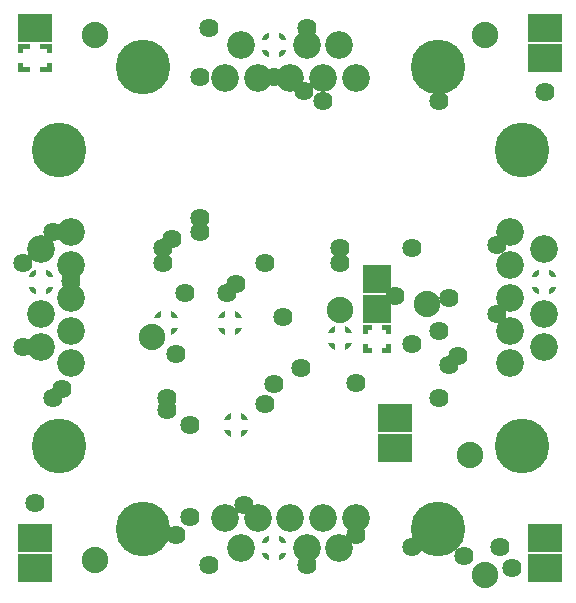
<source format=gbr>
%FSLAX14Y14*%
%MOIN*%
G04 EasyPC Gerber Version 18.0.1 Build 3581 *
%ADD100R,0.09200X0.09200*%
%ADD103C,0.06400*%
%ADD104C,0.08800*%
%ADD97C,0.09200*%
%AMT101*0 Thermal pad*4,1,6,0.03000,0.01600,0.03000,0.03000,0.01600,0.03000,0.01600,0.04600,0.04600,0.04600,0.04600,0.01600,0.03000,0.01600,0*4,1,6,-0.01600,0.03000,-0.03000,0.03000,-0.03000,0.01600,-0.04600,0.01600,-0.04600,0.04600,-0.01600,0.04600,-0.01600,0.03000,0*4,1,6,-0.03000,-0.01600,-0.03000,-0.03000,-0.01600,-0.03000,-0.01600,-0.04600,-0.04600,-0.04600,-0.04600,-0.01600,-0.03000,-0.01600,0*4,1,6,0.01600,-0.03000,0.03000,-0.03000,0.03000,-0.01600,0.04600,-0.01600,0.04600,-0.04600,0.01600,-0.04600,0.01600,-0.03000,0*%
%ADD101T101*%
%AMT105*0 Thermal pad*7,0,0,0.08800,0.05600,0.03200,0*%
%ADD105T105*%
%AMT98*0 Thermal pad*7,0,0,0.09200,0.06000,0.03200,0*%
%ADD98T98*%
%ADD99C,0.18200*%
%ADD107R,0.11200X0.09200*%
%AMT108*0 Thermal pad*4,1,6,-0.01600,0.03000,-0.04000,0.03000,-0.04000,0.01600,-0.05600,0.01600,-0.05600,0.04600,-0.01600,0.04600,-0.01600,0.03000,0*4,1,6,-0.04000,-0.01600,-0.04000,-0.03000,-0.01600,-0.03000,-0.01600,-0.04600,-0.05600,-0.04600,-0.05600,-0.01600,-0.04000,-0.01600,0*4,1,6,0.01600,-0.03000,0.04000,-0.03000,0.04000,-0.01600,0.05600,-0.01600,0.05600,-0.04600,0.01600,-0.04600,0.01600,-0.03000,0*4,1,6,0.04000,0.01600,0.04000,0.03000,0.01600,0.03000,0.01600,0.04600,0.05600,0.04600,0.05600,0.01600,0.04000,0.01600,0*%
%ADD108T108*%
X0Y0D02*
D02*
D97*
X1700Y8544D03*
Y9635D03*
Y11816D03*
X2700Y7999D03*
Y9089D03*
Y10180D03*
Y11271D03*
Y12361D03*
X7844Y2855D03*
Y17505D03*
X8389Y1855D03*
Y18620D03*
X8934Y2855D03*
Y17505D03*
X10025Y2855D03*
Y17505D03*
X10570Y1855D03*
Y18620D03*
X11116Y2855D03*
Y17505D03*
X11661Y1855D03*
Y18620D03*
X12206Y2855D03*
Y17505D03*
X17350Y7999D03*
Y9089D03*
Y10180D03*
Y11271D03*
Y12361D03*
X18465Y8544D03*
Y9635D03*
Y11816D03*
D02*
D98*
X1700Y10725D03*
X9480Y1855D03*
Y18620D03*
X18465Y10725D03*
D02*
D99*
X2315Y5260D03*
Y15100D03*
X5105Y2470D03*
Y17890D03*
X14945Y2470D03*
Y17890D03*
X17735Y5260D03*
Y15100D03*
D02*
D100*
X12900Y9805D03*
Y10805D03*
D02*
D101*
Y8805D03*
D02*
D103*
X1125Y8530D03*
Y11330D03*
X1525Y3330D03*
X2125Y6830D03*
Y12380D03*
X2425Y7130D03*
X2725Y10730D03*
X5775Y11330D03*
Y11830D03*
X5925Y6430D03*
Y6830D03*
X6075Y12130D03*
X6225Y2280D03*
Y8305D03*
X6525Y10330D03*
X6675Y2880D03*
Y5930D03*
X7025Y12380D03*
Y12830D03*
Y17530D03*
X7325Y1280D03*
Y19180D03*
X7925Y10330D03*
X8225Y10630D03*
X8475Y3280D03*
X9175Y6630D03*
Y11330D03*
X9475Y7305D03*
Y17530D03*
X9775Y9530D03*
X10375Y7830D03*
X10475Y17080D03*
X10575Y1280D03*
Y19180D03*
X11125Y16730D03*
X11675Y11330D03*
Y11830D03*
X12225Y2280D03*
Y7330D03*
X13525Y10230D03*
X14075Y1880D03*
Y8630D03*
Y11830D03*
X14975Y6830D03*
Y9080D03*
Y16730D03*
X15325Y7930D03*
Y10180D03*
X15625Y8230D03*
X15825Y1580D03*
X16925Y9630D03*
Y11930D03*
X17025Y1880D03*
X17425Y1180D03*
X18525Y17030D03*
D02*
D104*
X3525Y1430D03*
Y18930D03*
X5425Y8880D03*
X11675Y9780D03*
X14575Y9980D03*
X16025Y4930D03*
X16525Y930D03*
Y18930D03*
D02*
D105*
X5875Y9330D03*
X8025D03*
X8225Y5930D03*
X11675Y8830D03*
D02*
D107*
X1525Y1180D03*
Y2180D03*
Y19180D03*
X13525Y5180D03*
Y6180D03*
X18525Y1180D03*
Y2180D03*
Y18180D03*
Y19180D03*
D02*
D108*
X1525Y18180D03*
X0Y0D02*
M02*

</source>
